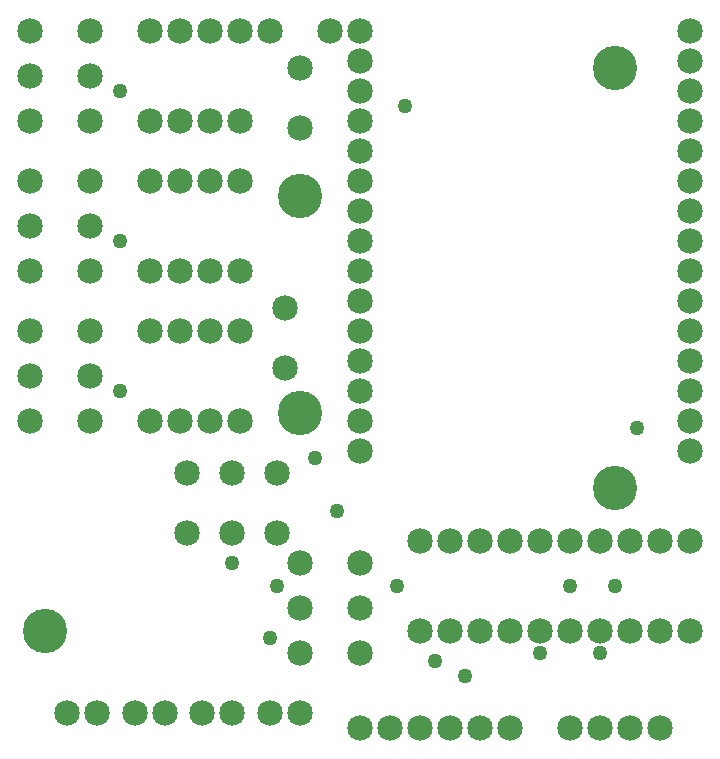
<source format=gbs>
G04 -- Generated By PCBWeb Designer*
%FSLAX24Y24*%
%MOIN*%
%OFA0B0*%
%SFA1.0B1.0*%
%AMROTRECT*21,1,$1,$2,0,0,$3*%
%AMROTOBLONG*1,1,$7,$1,$2*1,1,$7,$3,$4*21,1,$5,$6,0,0,$8*%
%ADD10C,0.025*%
%ADD11C,0.075*%
%ADD12C,0.04*%
%ADD13C,0.085*%
%ADD14C,0.01*%
%ADD15C,0.026*%
%ADD16C,0.008*%
%ADD17C,0.024*%
%ADD18C,0.02*%
%ADD19C,0.05*%
%ADD20C,0.005*%
%ADD21C,0.021*%
%ADD22C,0.03*%
%ADD23C,0.046*%
%ADD24C,0.1378*%
%ADD25C,0.1181*%
%ADD26C,0.1478*%
%ADD27C,0.001*%
%ADD28C,0.0*%
G01*
%LNSTD*%
%LPD*%
G54D13*
X12000Y24250D03*
X12000Y23250D03*
X12000Y22250D03*
X12000Y21250D03*
X12000Y20250D03*
X12000Y19250D03*
X12000Y18250D03*
X12000Y17250D03*
X12000Y16250D03*
X12000Y15250D03*
X12000Y14250D03*
X12000Y13250D03*
X12000Y12250D03*
X12000Y11250D03*
X12000Y10250D03*
X23000Y10250D03*
X23000Y11250D03*
X23000Y12250D03*
X23000Y13250D03*
X23000Y14250D03*
X23000Y15250D03*
X23000Y16250D03*
X23000Y17250D03*
X23000Y18250D03*
X23000Y19250D03*
X23000Y20250D03*
X23000Y21250D03*
X23000Y22250D03*
X23000Y23250D03*
X23000Y24250D03*
X23000Y7250D03*
X22000Y7250D03*
X21000Y7250D03*
X20000Y7250D03*
X19000Y7250D03*
X18000Y7250D03*
X17000Y7250D03*
X16000Y7250D03*
X15000Y7250D03*
X14000Y7250D03*
X14000Y4250D03*
X15000Y4250D03*
X16000Y4250D03*
X17000Y4250D03*
X18000Y4250D03*
X19000Y4250D03*
X20000Y4250D03*
X21000Y4250D03*
X22000Y4250D03*
X23000Y4250D03*
X8000Y24250D03*
X7000Y24250D03*
X6000Y24250D03*
X5000Y24250D03*
X5000Y21250D03*
X6000Y21250D03*
X7000Y21250D03*
X8000Y21250D03*
X8000Y19250D03*
X7000Y19250D03*
X6000Y19250D03*
X5000Y19250D03*
X5000Y16250D03*
X6000Y16250D03*
X7000Y16250D03*
X8000Y16250D03*
X8000Y14250D03*
X7000Y14250D03*
X6000Y14250D03*
X5000Y14250D03*
X5000Y11250D03*
X6000Y11250D03*
X7000Y11250D03*
X8000Y11250D03*
X9000Y24250D03*
X11000Y24250D03*
X10000Y23000D03*
X10000Y21000D03*
G54D19*
X13250Y5750D03*
X19000Y5750D03*
G54D13*
X19000Y1000D03*
X20000Y1000D03*
X12000Y6500D03*
X10000Y6500D03*
X12000Y5000D03*
X10000Y5000D03*
X12000Y3500D03*
X10000Y3500D03*
X9250Y7500D03*
X9250Y9500D03*
X7750Y7500D03*
X7750Y9500D03*
X6250Y7500D03*
X6250Y9500D03*
X3000Y24250D03*
X1000Y24250D03*
X3000Y22750D03*
X1000Y22750D03*
X3000Y21250D03*
X1000Y21250D03*
X3000Y19250D03*
X1000Y19250D03*
X3000Y17750D03*
X1000Y17750D03*
X3000Y16250D03*
X1000Y16250D03*
X3000Y14250D03*
X1000Y14250D03*
X3000Y12750D03*
X1000Y12750D03*
X3000Y11250D03*
X1000Y11250D03*
X21000Y1000D03*
X22000Y1000D03*
G54D19*
X18000Y3500D03*
X20000Y3500D03*
G54D13*
X17000Y1000D03*
X16000Y1000D03*
X15000Y1000D03*
X14000Y1000D03*
X13000Y1000D03*
X12000Y1000D03*
G54D19*
X15500Y2750D03*
X11250Y8250D03*
G54D13*
X10000Y1500D03*
X9000Y1500D03*
X7750Y1500D03*
X6750Y1500D03*
X5500Y1500D03*
X4500Y1500D03*
G54D19*
X9000Y4000D03*
X7750Y6500D03*
G54D13*
X3250Y1500D03*
X2250Y1500D03*
G54D26*
X20500Y23000D03*
X20500Y9000D03*
X1500Y4250D03*
X10000Y18750D03*
X10000Y11500D03*
G54D13*
X9500Y15000D03*
X9500Y13000D03*
G54D19*
X9250Y5750D03*
X14500Y3250D03*
X10500Y10000D03*
X4000Y17250D03*
X4000Y22250D03*
X4000Y12250D03*
X13500Y21750D03*
X21250Y11000D03*
X20500Y5750D03*
M02*

</source>
